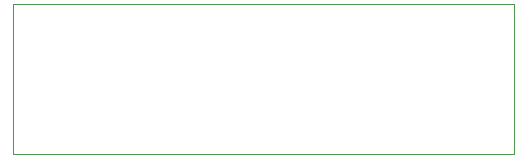
<source format=gbr>
%TF.GenerationSoftware,KiCad,Pcbnew,(6.0.9)*%
%TF.CreationDate,2022-12-24T19:37:37+02:00*%
%TF.ProjectId,GPSBoard,47505342-6f61-4726-942e-6b696361645f,rev?*%
%TF.SameCoordinates,Original*%
%TF.FileFunction,Legend,Bot*%
%TF.FilePolarity,Positive*%
%FSLAX46Y46*%
G04 Gerber Fmt 4.6, Leading zero omitted, Abs format (unit mm)*
G04 Created by KiCad (PCBNEW (6.0.9)) date 2022-12-24 19:37:37*
%MOMM*%
%LPD*%
G01*
G04 APERTURE LIST*
%TA.AperFunction,Profile*%
%ADD10C,0.050000*%
%TD*%
G04 APERTURE END LIST*
D10*
X70739000Y-62230000D02*
X113157000Y-62230000D01*
X113157000Y-62230000D02*
X113157000Y-74930000D01*
X113157000Y-74930000D02*
X70739000Y-74930000D01*
X70739000Y-74930000D02*
X70739000Y-62230000D01*
M02*

</source>
